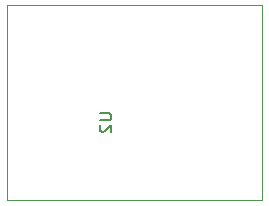
<source format=gbr>
%TF.GenerationSoftware,KiCad,Pcbnew,(6.0.2)*%
%TF.CreationDate,2022-04-12T11:14:46+02:00*%
%TF.ProjectId,pcb,7063622e-6b69-4636-9164-5f7063625858,rev?*%
%TF.SameCoordinates,Original*%
%TF.FileFunction,Legend,Bot*%
%TF.FilePolarity,Positive*%
%FSLAX46Y46*%
G04 Gerber Fmt 4.6, Leading zero omitted, Abs format (unit mm)*
G04 Created by KiCad (PCBNEW (6.0.2)) date 2022-04-12 11:14:46*
%MOMM*%
%LPD*%
G01*
G04 APERTURE LIST*
%ADD10C,0.150000*%
%ADD11C,0.120000*%
G04 APERTURE END LIST*
D10*
%TO.C,U2*%
X160488380Y-69723095D02*
X161297904Y-69723095D01*
X161393142Y-69770714D01*
X161440761Y-69818333D01*
X161488380Y-69913571D01*
X161488380Y-70104047D01*
X161440761Y-70199285D01*
X161393142Y-70246904D01*
X161297904Y-70294523D01*
X160488380Y-70294523D01*
X160583619Y-70723095D02*
X160536000Y-70770714D01*
X160488380Y-70865952D01*
X160488380Y-71104047D01*
X160536000Y-71199285D01*
X160583619Y-71246904D01*
X160678857Y-71294523D01*
X160774095Y-71294523D01*
X160916952Y-71246904D01*
X161488380Y-70675476D01*
X161488380Y-71294523D01*
D11*
X174244000Y-60579000D02*
X152654000Y-60579000D01*
X174244000Y-77089000D02*
X174244000Y-60579000D01*
X152654000Y-77089000D02*
X174244000Y-77089000D01*
X152654000Y-60579000D02*
X152654000Y-77089000D01*
%TD*%
M02*

</source>
